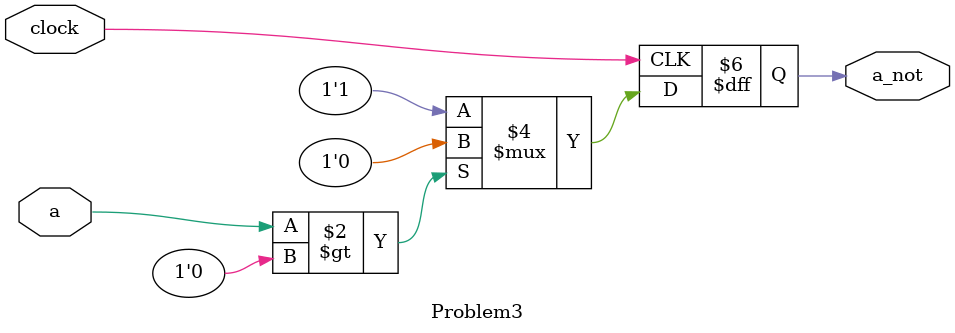
<source format=v>
module Problem3(input a, input clock, output reg a_not);

always@(posedge clock)
begin
	if(a > 1'b0)
		a_not = 1'b0;
	else
		a_not = 1'b1;
//	a_not = !a;
end

endmodule
</source>
